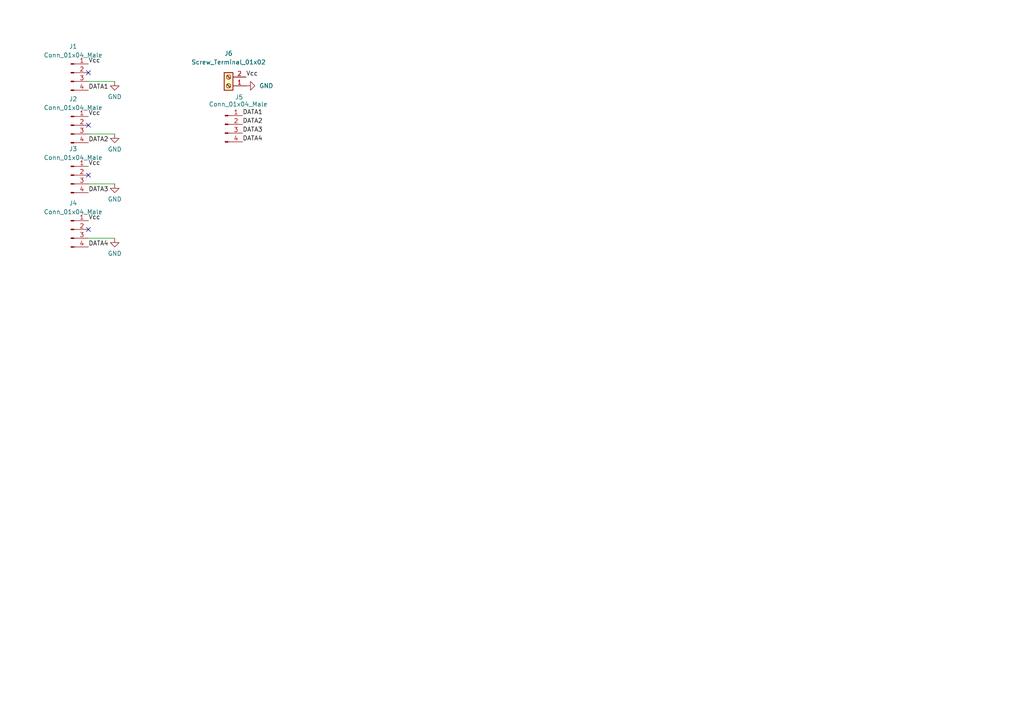
<source format=kicad_sch>
(kicad_sch (version 20211123) (generator eeschema)
  (paper "A4")
  (lib_symbols
    (symbol "Connector:Conn_01x04_Male" (pin_names (offset 1.016) hide)
      (property "Reference" "J" (at 0 5.08 0))
      (property "Value" "Conn_01x04_Male" (at 0 -7.62 0))
      (symbol "Conn_01x04_Male_1_1"
        (polyline (pts (xy 1.27 -5.08) (xy 0.8636 -5.08)) (stroke (width 0.1524)))
        (polyline (pts (xy 1.27 -2.54) (xy 0.8636 -2.54)) (stroke (width 0.1524)))
        (polyline (pts (xy 1.27 0) (xy 0.8636 0)) (stroke (width 0.1524)))
        (polyline (pts (xy 1.27 2.54) (xy 0.8636 2.54)) (stroke (width 0.1524)))
        (rectangle (start 0.8636 -4.953) (end 0 -5.207) (stroke (width 0.1524)) (fill (type outline)))
        (rectangle (start 0.8636 -2.413) (end 0 -2.667) (stroke (width 0.1524)) (fill (type outline)))
        (rectangle (start 0.8636 0.127) (end 0 -0.127) (stroke (width 0.1524)) (fill (type outline)))
        (rectangle (start 0.8636 2.667) (end 0 2.413) (stroke (width 0.1524)) (fill (type outline)))
        (pin passive line (at 5.08 2.54 180) (length 3.81) (name "Pin_1") (number "1"))
        (pin passive line (at 5.08 0 180) (length 3.81) (name "Pin_2") (number "2"))
        (pin passive line (at 5.08 -2.54 180) (length 3.81) (name "Pin_3") (number "3"))
        (pin passive line (at 5.08 -5.08 180) (length 3.81) (name "Pin_4") (number "4"))
      )
    )
    (symbol "Connector:Screw_Terminal_01x02" (pin_names (offset 1.016) hide)
      (property "Reference" "J" (at 0 2.54 0))
      (property "Value" "Screw_Terminal_01x02" (at 0 -5.08 0))
      (symbol "Screw_Terminal_01x02_1_1"
        (rectangle (start -1.27 1.27) (end 1.27 -3.81) (stroke (width 0.254)) (fill (type background)))
        (circle (center 0 -2.54) (radius 0.635) (stroke (width 0.1524)))
        (polyline (pts (xy -0.5334 -2.2098) (xy 0.3302 -3.048)) (stroke (width 0.1524)))
        (polyline (pts (xy -0.5334 0.3302) (xy 0.3302 -0.508)) (stroke (width 0.1524)))
        (polyline (pts (xy -0.3556 -2.032) (xy 0.508 -2.8702)) (stroke (width 0.1524)))
        (polyline (pts (xy -0.3556 0.508) (xy 0.508 -0.3302)) (stroke (width 0.1524)))
        (circle (center 0 0) (radius 0.635) (stroke (width 0.1524)))
        (pin passive line (at -5.08 0 0) (length 3.81) (name "Pin_1") (number "1"))
        (pin passive line (at -5.08 -2.54 0) (length 3.81) (name "Pin_2") (number "2"))
      )
    )
    (symbol "power:GND" (power) (pin_names (offset 0))
      (property "Value" "GND" (at 0 -3.81 0))
      (symbol "GND_0_1"
        (polyline (pts (xy 0 0) (xy 0 -1.27) (xy 1.27 -1.27) (xy 0 -2.54) (xy -1.27 -1.27) (xy 0 -1.27)))
      )
      (symbol "GND_1_1"
        (pin power_in line (at 0 0 270) (length 0) hide (name "GND") (number "1"))
      )
    )
  )
  (no_connect (at 25.654 50.8))
  (no_connect (at 25.654 66.548))
  (no_connect (at 25.654 36.322))
  (no_connect (at 25.654 21.082))
  (wire (pts (xy 33.274 23.622) (xy 25.654 23.622)))
  (wire (pts (xy 33.274 69.088) (xy 25.654 69.088)))
  (wire (pts (xy 33.274 53.34) (xy 25.654 53.34)))
  (wire (pts (xy 33.274 38.862) (xy 25.654 38.862)))
  (label "DATA4" (at 25.654 71.628 0))
  (label "Vcc" (at 25.654 64.008 0))
  (label "DATA4" (at 70.358 41.148 0))
  (label "DATA3" (at 70.358 38.608 0))
  (label "Vcc" (at 25.654 33.782 0))
  (label "DATA2" (at 70.358 36.068 0))
  (label "Vcc" (at 71.374 22.352 0))
  (label "DATA2" (at 25.654 41.402 0))
  (label "Vcc" (at 25.654 48.26 0))
  (label "DATA3" (at 25.654 55.88 0))
  (label "DATA1" (at 70.358 33.528 0))
  (label "Vcc" (at 25.654 18.542 0))
  (label "DATA1" (at 25.654 26.162 0))
  (symbol (lib_id "power:GND") (at 71.374 24.892 90) (unit 1)
    (property "Reference" "#PWR?" (effects hide))
    (property "Value" "GND" (at 75.184 24.8919 90) (effects (justify right)))
  )
  (symbol (lib_id "power:GND") (at 33.274 53.34 0) (unit 1)
    (property "Reference" "#PWR0104" (effects hide))
    (property "Value" "GND" (at 33.274 57.7834 0))
  )
  (symbol (lib_id "Connector:Conn_01x04_Male") (at 20.574 36.322 0) (unit 1)
    (property "Reference" "J2" (at 21.209 28.702 0))
    (property "Value" "Conn_01x04_Male" (at 21.209 31.242 0))
    (property "Footprint" "Connector_PinHeader_2.54mm:PinHeader_1x04_P2.54mm_Horizontal" (effects hide))
  )
  (symbol (lib_id "power:GND") (at 33.274 38.862 0) (unit 1)
    (property "Reference" "#PWR0101" (effects hide))
    (property "Value" "GND" (at 33.274 43.3054 0))
  )
  (symbol (lib_id "power:GND") (at 33.274 69.088 0) (unit 1)
    (property "Reference" "#PWR0103" (effects hide))
    (property "Value" "GND" (at 33.274 73.5314 0))
  )
  (symbol (lib_id "Connector:Conn_01x04_Male") (at 20.574 50.8 0) (unit 1)
    (property "Reference" "J3" (at 21.209 43.18 0))
    (property "Value" "Conn_01x04_Male" (at 21.209 45.72 0))
    (property "Footprint" "Connector_PinHeader_2.54mm:PinHeader_1x04_P2.54mm_Horizontal" (effects hide))
  )
  (symbol (lib_id "Connector:Conn_01x04_Male") (at 20.574 66.548 0) (unit 1)
    (property "Reference" "J4" (at 21.209 58.928 0))
    (property "Value" "Conn_01x04_Male" (at 21.209 61.468 0))
    (property "Footprint" "Connector_PinHeader_2.54mm:PinHeader_1x04_P2.54mm_Horizontal" (effects hide))
  )
  (symbol (lib_id "Connector:Conn_01x04_Male") (at 65.278 36.068 0) (unit 1)
    (property "Reference" "J5" (at 69.342 28.194 0))
    (property "Value" "Conn_01x04_Male" (at 69.088 30.226 0))
    (property "Footprint" "Connector_PinHeader_2.54mm:PinHeader_1x04_P2.54mm_Horizontal" (effects hide))
  )
  (symbol (lib_id "Connector:Screw_Terminal_01x02") (at 66.294 24.892 180) (unit 1)
    (property "Reference" "J6" (at 66.294 15.494 0))
    (property "Value" "Screw_Terminal_01x02" (at 66.294 18.034 0))
    (property "Footprint" "TerminalBlock:TerminalBlock_bornier-2_P5.08mm" (effects hide))
  )
  (symbol (lib_id "Connector:Conn_01x04_Male") (at 20.574 21.082 0) (unit 1)
    (property "Reference" "J1" (at 21.209 13.462 0))
    (property "Value" "Conn_01x04_Male" (at 21.209 16.002 0))
    (property "Footprint" "Connector_PinHeader_2.54mm:PinHeader_1x04_P2.54mm_Horizontal" (effects hide))
  )
  (symbol (lib_id "power:GND") (at 33.274 23.622 0) (unit 1)
    (property "Reference" "#PWR0102" (effects hide))
    (property "Value" "GND" (at 33.274 28.0654 0))
  )
)
</source>
